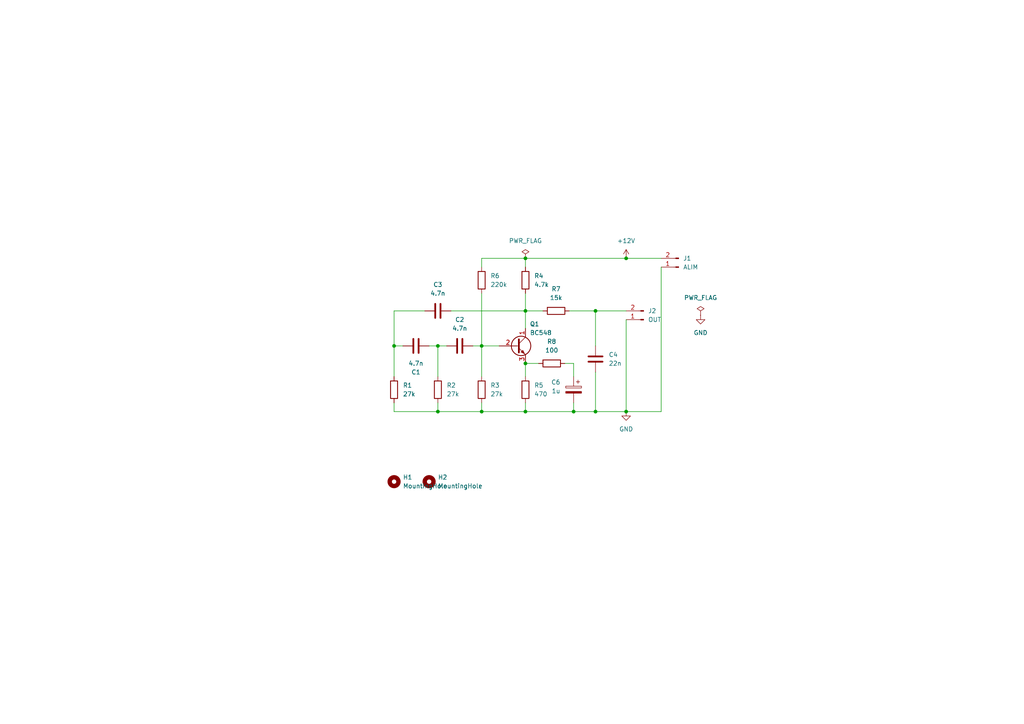
<source format=kicad_sch>
(kicad_sch (version 20231120) (generator "eeschema") (generator_version "8.0")
  (paper "A4")
  (lib_symbols
    (symbol "Connector:Conn_01x02_Pin" (pin_names (offset 1.016) hide)
      (property "Reference" "J" (at 0 2.54 0))
      (property "Value" "Conn_01x02_Pin" (at 0 -5.08 0))
      (symbol "Conn_01x02_Pin_1_1"
        (polyline (pts (xy 1.27 -2.54) (xy 0.8636 -2.54)) (stroke (width 0.1524)))
        (polyline (pts (xy 1.27 0) (xy 0.8636 0)) (stroke (width 0.1524)))
        (rectangle (start 0.8636 -2.413) (end 0 -2.667) (stroke (width 0.1524)) (fill (type outline)))
        (rectangle (start 0.8636 0.127) (end 0 -0.127) (stroke (width 0.1524)) (fill (type outline)))
        (pin passive line (at 5.08 0 180) (length 3.81) (name "Pin_1") (number "1"))
        (pin passive line (at 5.08 -2.54 180) (length 3.81) (name "Pin_2") (number "2"))
      )
    )
    (symbol "Device:C" (pin_numbers hide) (pin_names (offset 0.254))
      (property "Reference" "C" (at 0.635 2.54 0))
      (property "Value" "C" (at 0.635 -2.54 0))
      (symbol "C_0_1"
        (polyline (pts (xy -2.032 -0.762) (xy 2.032 -0.762)) (stroke (width 0.508)))
        (polyline (pts (xy -2.032 0.762) (xy 2.032 0.762)) (stroke (width 0.508)))
      )
      (symbol "C_1_1"
        (pin passive line (at 0 3.81 270) (length 2.794) (name "~") (number "1"))
        (pin passive line (at 0 -3.81 90) (length 2.794) (name "~") (number "2"))
      )
    )
    (symbol "Device:C_Polarized" (pin_numbers hide) (pin_names (offset 0.254))
      (property "Reference" "C" (at 0.635 2.54 0))
      (property "Value" "C_Polarized" (at 0.635 -2.54 0))
      (symbol "C_Polarized_0_1"
        (rectangle (start -2.286 0.508) (end 2.286 1.016))
        (polyline (pts (xy -1.778 2.286) (xy -0.762 2.286)))
        (polyline (pts (xy -1.27 2.794) (xy -1.27 1.778)))
        (rectangle (start 2.286 -0.508) (end -2.286 -1.016) (fill (type outline)))
      )
      (symbol "C_Polarized_1_1"
        (pin passive line (at 0 3.81 270) (length 2.794) (name "~") (number "1"))
        (pin passive line (at 0 -3.81 90) (length 2.794) (name "~") (number "2"))
      )
    )
    (symbol "Device:R" (pin_numbers hide) (pin_names (offset 0))
      (property "Reference" "R" (at 2.032 0 90))
      (property "Value" "R" (at 0 0 90))
      (symbol "R_0_1"
        (rectangle (start -1.016 -2.54) (end 1.016 2.54) (stroke (width 0.254)))
      )
      (symbol "R_1_1"
        (pin passive line (at 0 3.81 270) (length 1.27) (name "~") (number "1"))
        (pin passive line (at 0 -3.81 90) (length 1.27) (name "~") (number "2"))
      )
    )
    (symbol "Mechanical:MountingHole" (pin_names (offset 1.016)) (exclude_from_sim yes) (in_bom no)
      (property "Reference" "H" (at 0 5.08 0))
      (property "Value" "MountingHole" (at 0 3.175 0))
      (symbol "MountingHole_0_1"
        (circle (center 0 0) (radius 1.27) (stroke (width 1.27)))
      )
    )
    (symbol "Transistor_BJT:BC548" (pin_names (offset 0) hide)
      (property "Reference" "Q" (at 5.08 1.905 0))
      (property "Value" "BC548" (at 5.08 0 0))
      (symbol "BC548_0_1"
        (polyline (pts (xy 0 0) (xy 0.635 0)))
        (polyline (pts (xy 0.635 0.635) (xy 2.54 2.54)))
        (polyline (pts (xy 0.635 -0.635) (xy 2.54 -2.54) (xy 2.54 -2.54)))
        (polyline (pts (xy 0.635 1.905) (xy 0.635 -1.905) (xy 0.635 -1.905)) (stroke (width 0.508)))
        (polyline (pts (xy 1.27 -1.778) (xy 1.778 -1.27) (xy 2.286 -2.286) (xy 1.27 -1.778) (xy 1.27 -1.778)) (fill (type outline)))
        (circle (center 1.27 0) (radius 2.8194) (stroke (width 0.254)))
      )
      (symbol "BC548_1_1"
        (pin passive line (at 2.54 5.08 270) (length 2.54) (name "C") (number "1"))
        (pin input line (at -5.08 0 0) (length 5.08) (name "B") (number "2"))
        (pin passive line (at 2.54 -5.08 90) (length 2.54) (name "E") (number "3"))
      )
    )
    (symbol "power:+12V" (power) (pin_numbers hide) (pin_names (offset 0) hide)
      (property "Value" "+12V" (at 0 3.556 0))
      (symbol "+12V_0_1"
        (polyline (pts (xy -0.762 1.27) (xy 0 2.54)))
        (polyline (pts (xy 0 0) (xy 0 2.54)))
        (polyline (pts (xy 0 2.54) (xy 0.762 1.27)))
      )
      (symbol "+12V_1_1"
        (pin power_in line (at 0 0 90) (length 0) (name "~") (number "1"))
      )
    )
    (symbol "power:GND" (power) (pin_numbers hide) (pin_names (offset 0) hide)
      (property "Value" "GND" (at 0 -3.81 0))
      (symbol "GND_0_1"
        (polyline (pts (xy 0 0) (xy 0 -1.27) (xy 1.27 -1.27) (xy 0 -2.54) (xy -1.27 -1.27) (xy 0 -1.27)))
      )
      (symbol "GND_1_1"
        (pin power_in line (at 0 0 270) (length 0) (name "~") (number "1"))
      )
    )
    (symbol "power:PWR_FLAG" (power) (pin_numbers hide) (pin_names (offset 0) hide)
      (property "Value" "PWR_FLAG" (at 0 3.81 0))
      (symbol "PWR_FLAG_0_0"
        (pin power_out line (at 0 0 90) (length 0) (name "~") (number "1"))
      )
      (symbol "PWR_FLAG_0_1"
        (polyline (pts (xy 0 0) (xy 0 1.27) (xy -1.016 1.905) (xy 0 2.54) (xy 1.016 1.905) (xy 0 1.27)))
      )
    )
  )
  (junction (at 152.4 105.41))
  (junction (at 152.4 90.17))
  (junction (at 181.61 74.93))
  (junction (at 127 100.33))
  (junction (at 139.7 100.33))
  (junction (at 139.7 119.38))
  (junction (at 127 119.38))
  (junction (at 152.4 119.38))
  (junction (at 152.4 74.93))
  (junction (at 114.3 100.33))
  (junction (at 172.72 90.17))
  (junction (at 172.72 119.38))
  (junction (at 181.61 119.38))
  (junction (at 166.37 119.38))
  (wire (pts (xy 152.4 74.93) (xy 181.61 74.93)))
  (wire (pts (xy 152.4 105.41) (xy 152.4 109.22)))
  (wire (pts (xy 152.4 85.09) (xy 152.4 90.17)))
  (wire (pts (xy 166.37 105.41) (xy 163.83 105.41)))
  (wire (pts (xy 123.19 90.17) (xy 114.3 90.17)))
  (wire (pts (xy 166.37 109.22) (xy 166.37 105.41)))
  (wire (pts (xy 114.3 119.38) (xy 127 119.38)))
  (wire (pts (xy 152.4 74.93) (xy 152.4 77.47)))
  (wire (pts (xy 172.72 90.17) (xy 181.61 90.17)))
  (wire (pts (xy 139.7 77.47) (xy 139.7 74.93)))
  (wire (pts (xy 139.7 119.38) (xy 152.4 119.38)))
  (wire (pts (xy 114.3 90.17) (xy 114.3 100.33)))
  (wire (pts (xy 114.3 100.33) (xy 116.84 100.33)))
  (wire (pts (xy 152.4 116.84) (xy 152.4 119.38)))
  (wire (pts (xy 172.72 107.95) (xy 172.72 119.38)))
  (wire (pts (xy 166.37 119.38) (xy 172.72 119.38)))
  (wire (pts (xy 127 116.84) (xy 127 119.38)))
  (wire (pts (xy 127 100.33) (xy 129.54 100.33)))
  (wire (pts (xy 181.61 119.38) (xy 191.77 119.38)))
  (wire (pts (xy 114.3 109.22) (xy 114.3 100.33)))
  (wire (pts (xy 130.81 90.17) (xy 152.4 90.17)))
  (wire (pts (xy 127 119.38) (xy 139.7 119.38)))
  (wire (pts (xy 152.4 90.17) (xy 152.4 95.25)))
  (wire (pts (xy 139.7 74.93) (xy 152.4 74.93)))
  (wire (pts (xy 152.4 105.41) (xy 156.21 105.41)))
  (wire (pts (xy 124.46 100.33) (xy 127 100.33)))
  (wire (pts (xy 139.7 100.33) (xy 139.7 109.22)))
  (wire (pts (xy 166.37 119.38) (xy 166.37 116.84)))
  (wire (pts (xy 191.77 77.47) (xy 191.77 119.38)))
  (wire (pts (xy 114.3 116.84) (xy 114.3 119.38)))
  (wire (pts (xy 152.4 119.38) (xy 166.37 119.38)))
  (wire (pts (xy 139.7 116.84) (xy 139.7 119.38)))
  (wire (pts (xy 139.7 100.33) (xy 144.78 100.33)))
  (wire (pts (xy 137.16 100.33) (xy 139.7 100.33)))
  (wire (pts (xy 139.7 85.09) (xy 139.7 100.33)))
  (wire (pts (xy 165.1 90.17) (xy 172.72 90.17)))
  (wire (pts (xy 181.61 74.93) (xy 191.77 74.93)))
  (wire (pts (xy 157.48 90.17) (xy 152.4 90.17)))
  (wire (pts (xy 172.72 90.17) (xy 172.72 100.33)))
  (wire (pts (xy 127 100.33) (xy 127 109.22)))
  (wire (pts (xy 181.61 92.71) (xy 181.61 119.38)))
  (wire (pts (xy 172.72 119.38) (xy 181.61 119.38)))
  (symbol (lib_id "Device:C_Polarized") (at 166.37 113.03 0) (mirror y) (unit 1)
    (property "Reference" "C6" (at 162.56 110.8709 0) (effects (justify left)))
    (property "Value" "1u" (at 162.56 113.4109 0) (effects (justify left)))
    (property "Footprint" "Capacitor_THT:CP_Radial_D5.0mm_P2.50mm" (effects (hide yes)))
    (property "Description" "Polarized capacitor" (effects (hide yes)))
  )
  (symbol (lib_id "Device:C") (at 172.72 104.14 180) (unit 1)
    (property "Reference" "C4" (at 176.53 102.8699 0) (effects (justify right)))
    (property "Value" "22n" (at 176.53 105.4099 0) (effects (justify right)))
    (property "Footprint" "Capacitor_THT:C_Disc_D4.7mm_W2.5mm_P5.00mm" (effects (hide yes)))
    (property "Description" "Unpolarized capacitor" (effects (hide yes)))
  )
  (symbol (lib_id "Mechanical:MountingHole") (at 124.46 139.7 0) (unit 1) (exclude_from_sim yes) (in_bom no)
    (property "Reference" "H2" (at 127 138.4299 0) (effects (justify left)))
    (property "Value" "MountingHole" (at 127 140.9699 0) (effects (justify left)))
    (property "Footprint" "MountingHole:MountingHole_2.2mm_M2_Pad" (effects (hide yes)))
    (property "Description" "Mounting Hole without connection" (effects (hide yes)))
  )
  (symbol (lib_id "power:PWR_FLAG") (at 152.4 74.93 0) (unit 1)
    (property "Reference" "#FLG01" (effects (hide yes)))
    (property "Value" "PWR_FLAG" (at 152.4 69.85 0))
    (property "Description" "Special symbol for telling ERC where power comes from" (effects (hide yes)))
  )
  (symbol (lib_id "Device:R") (at 160.02 105.41 90) (unit 1)
    (property "Reference" "R8" (at 160.02 99.06 90))
    (property "Value" "100" (at 160.02 101.6 90))
    (property "Footprint" "Resistor_THT:R_Axial_DIN0207_L6.3mm_D2.5mm_P10.16mm_Horizontal" (effects (hide yes)))
    (property "Description" "Resistor" (effects (hide yes)))
  )
  (symbol (lib_id "Connector:Conn_01x02_Pin") (at 186.69 92.71 180) (unit 1)
    (property "Reference" "J2" (at 187.96 90.1699 0) (effects (justify right)))
    (property "Value" "OUT" (at 187.96 92.7099 0) (effects (justify right)))
    (property "Footprint" "Connector_PinHeader_2.54mm:PinHeader_1x02_P2.54mm_Vertical" (effects (hide yes)))
    (property "Description" "Generic connector, single row, 01x02, script generated" (effects (hide yes)))
  )
  (symbol (lib_id "Transistor_BJT:BC548") (at 149.86 100.33 0) (unit 1)
    (property "Reference" "Q1" (at 153.67 93.98 0) (effects (justify left)))
    (property "Value" "BC548" (at 153.67 96.52 0) (effects (justify left)))
    (property "Footprint" "Package_TO_SOT_THT:TO-92_Inline_Wide" (effects (hide yes)))
    (property "Datasheet" "https://www.onsemi.com/pub/Collateral/BC550-D.pdf" (effects (hide yes)))
    (property "Description" "0.1A Ic, 30V Vce, Small Signal NPN Transistor, TO-92" (effects (hide yes)))
  )
  (symbol (lib_id "power:PWR_FLAG") (at 203.2 91.44 0) (unit 1)
    (property "Reference" "#FLG02" (effects (hide yes)))
    (property "Value" "PWR_FLAG" (at 203.2 86.36 0))
    (property "Description" "Special symbol for telling ERC where power comes from" (effects (hide yes)))
  )
  (symbol (lib_id "power:GND") (at 181.61 119.38 0) (unit 1)
    (property "Reference" "#PWR01" (effects (hide yes)))
    (property "Value" "GND" (at 181.61 124.46 0))
    (property "Description" "Power symbol creates a global label with name \"GND\" , ground" (effects (hide yes)))
  )
  (symbol (lib_id "Mechanical:MountingHole") (at 114.3 139.7 0) (unit 1) (exclude_from_sim yes) (in_bom no)
    (property "Reference" "H1" (at 116.84 138.4299 0) (effects (justify left)))
    (property "Value" "MountingHole" (at 116.84 140.9699 0) (effects (justify left)))
    (property "Footprint" "MountingHole:MountingHole_2.2mm_M2_Pad" (effects (hide yes)))
    (property "Description" "Mounting Hole without connection" (effects (hide yes)))
  )
  (symbol (lib_id "Device:C") (at 127 90.17 90) (unit 1)
    (property "Reference" "C3" (at 127 82.55 90))
    (property "Value" "4.7n" (at 127 85.09 90))
    (property "Footprint" "Capacitor_THT:C_Disc_D4.7mm_W2.5mm_P5.00mm" (effects (hide yes)))
    (property "Description" "Unpolarized capacitor" (effects (hide yes)))
  )
  (symbol (lib_id "Device:R") (at 139.7 81.28 0) (unit 1)
    (property "Reference" "R6" (at 142.24 80.0099 0) (effects (justify left)))
    (property "Value" "220k" (at 142.24 82.5499 0) (effects (justify left)))
    (property "Footprint" "Resistor_THT:R_Axial_DIN0207_L6.3mm_D2.5mm_P10.16mm_Horizontal" (effects (hide yes)))
    (property "Description" "Resistor" (effects (hide yes)))
  )
  (symbol (lib_id "Device:R") (at 152.4 113.03 0) (unit 1)
    (property "Reference" "R5" (at 154.94 111.7599 0) (effects (justify left)))
    (property "Value" "470" (at 154.94 114.2999 0) (effects (justify left)))
    (property "Footprint" "Resistor_THT:R_Axial_DIN0207_L6.3mm_D2.5mm_P10.16mm_Horizontal" (effects (hide yes)))
    (property "Description" "Resistor" (effects (hide yes)))
  )
  (symbol (lib_id "power:+12V") (at 181.61 74.93 0) (unit 1)
    (property "Reference" "#PWR02" (effects (hide yes)))
    (property "Value" "+12V" (at 181.61 69.85 0))
    (property "Description" "Power symbol creates a global label with name \"+12V\"" (effects (hide yes)))
  )
  (symbol (lib_id "Device:R") (at 161.29 90.17 90) (unit 1)
    (property "Reference" "R7" (at 161.29 83.82 90))
    (property "Value" "15k" (at 161.29 86.36 90))
    (property "Footprint" "Resistor_THT:R_Axial_DIN0207_L6.3mm_D2.5mm_P10.16mm_Horizontal" (effects (hide yes)))
    (property "Description" "Resistor" (effects (hide yes)))
  )
  (symbol (lib_id "Device:R") (at 152.4 81.28 0) (unit 1)
    (property "Reference" "R4" (at 154.94 80.0099 0) (effects (justify left)))
    (property "Value" "4.7k" (at 154.94 82.5499 0) (effects (justify left)))
    (property "Footprint" "Resistor_THT:R_Axial_DIN0207_L6.3mm_D2.5mm_P10.16mm_Horizontal" (effects (hide yes)))
    (property "Description" "Resistor" (effects (hide yes)))
  )
  (symbol (lib_id "Device:C") (at 120.65 100.33 90) (mirror x) (unit 1)
    (property "Reference" "C1" (at 120.65 107.95 90))
    (property "Value" "4.7n" (at 120.65 105.41 90))
    (property "Footprint" "Capacitor_THT:C_Disc_D4.7mm_W2.5mm_P5.00mm" (effects (hide yes)))
    (property "Description" "Unpolarized capacitor" (effects (hide yes)))
  )
  (symbol (lib_id "Device:C") (at 133.35 100.33 90) (unit 1)
    (property "Reference" "C2" (at 133.35 92.71 90))
    (property "Value" "4.7n" (at 133.35 95.25 90))
    (property "Footprint" "Capacitor_THT:C_Disc_D4.7mm_W2.5mm_P5.00mm" (effects (hide yes)))
    (property "Description" "Unpolarized capacitor" (effects (hide yes)))
  )
  (symbol (lib_id "Connector:Conn_01x02_Pin") (at 196.85 77.47 180) (unit 1)
    (property "Reference" "J1" (at 198.12 74.9299 0) (effects (justify right)))
    (property "Value" "ALIM" (at 198.12 77.4699 0) (effects (justify right)))
    (property "Footprint" "Connector_PinHeader_2.54mm:PinHeader_1x02_P2.54mm_Vertical" (effects (hide yes)))
    (property "Description" "Generic connector, single row, 01x02, script generated" (effects (hide yes)))
  )
  (symbol (lib_id "Device:R") (at 139.7 113.03 0) (unit 1)
    (property "Reference" "R3" (at 142.24 111.7599 0) (effects (justify left)))
    (property "Value" "27k" (at 142.24 114.2999 0) (effects (justify left)))
    (property "Footprint" "Resistor_THT:R_Axial_DIN0207_L6.3mm_D2.5mm_P10.16mm_Horizontal" (effects (hide yes)))
    (property "Description" "Resistor" (effects (hide yes)))
  )
  (symbol (lib_id "Device:R") (at 114.3 113.03 0) (unit 1)
    (property "Reference" "R1" (at 116.84 111.7599 0) (effects (justify left)))
    (property "Value" "27k" (at 116.84 114.2999 0) (effects (justify left)))
    (property "Footprint" "Resistor_THT:R_Axial_DIN0207_L6.3mm_D2.5mm_P10.16mm_Horizontal" (effects (hide yes)))
    (property "Description" "Resistor" (effects (hide yes)))
  )
  (symbol (lib_id "power:GND") (at 203.2 91.44 0) (unit 1)
    (property "Reference" "#PWR03" (effects (hide yes)))
    (property "Value" "GND" (at 203.2 96.52 0))
    (property "Description" "Power symbol creates a global label with name \"GND\" , ground" (effects (hide yes)))
  )
  (symbol (lib_id "Device:R") (at 127 113.03 0) (unit 1)
    (property "Reference" "R2" (at 129.54 111.7599 0) (effects (justify left)))
    (property "Value" "27k" (at 129.54 114.2999 0) (effects (justify left)))
    (property "Footprint" "Resistor_THT:R_Axial_DIN0207_L6.3mm_D2.5mm_P10.16mm_Horizontal" (effects (hide yes)))
    (property "Description" "Resistor" (effects (hide yes)))
  )
)
</source>
